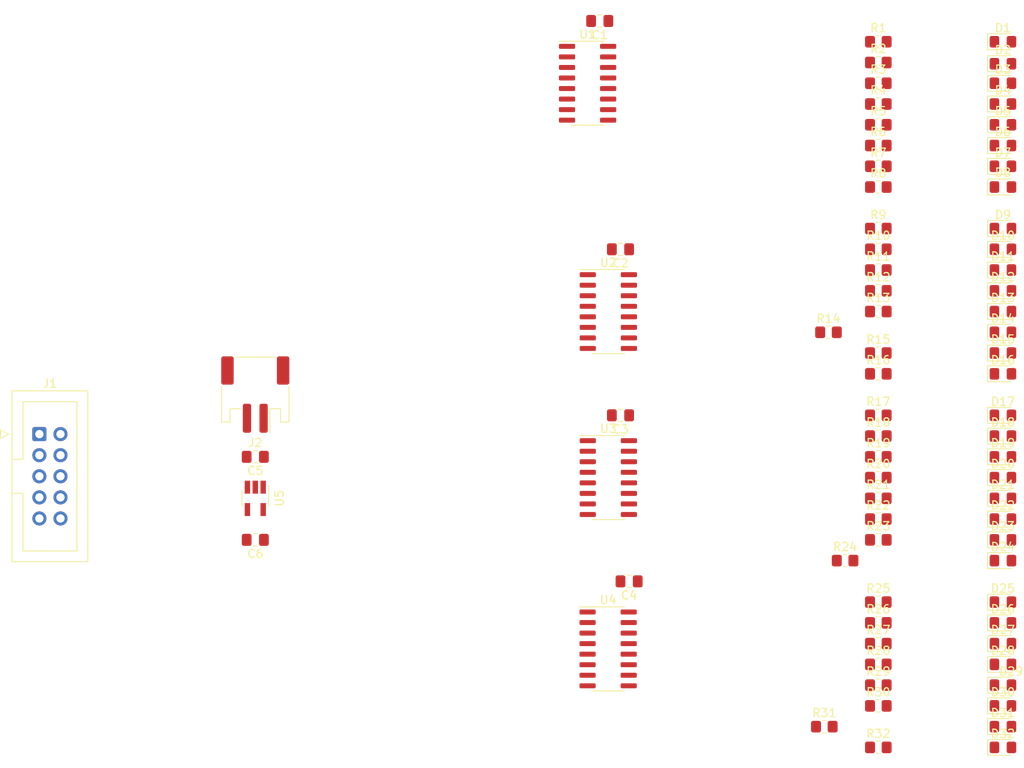
<source format=kicad_pcb>
(kicad_pcb (version 20211014) (generator pcbnew)
  (layers (0 "F.Cu" signal) (31 "B.Cu" signal) (34 "B.Paste" user) (35 "F.Paste" user) (36 "B.SilkS" user "B.Silkscreen") (37 "F.SilkS" user "F.Silkscreen") (38 "B.Mask" user) (39 "F.Mask" user) (44 "Edge.Cuts" user))
  (net 0 "")
  (net 1 "VCC")
  (net 2 "GND")
  (net 3 "/V_IN")
  (net 4 "/RBOUT")
  (net 5 "/RIN")
  (net 6 "/BUS_CLK")
  (net 7 "/~{IN_EN}")
  (net 8 "/RESET")
  (net 9 "/RAOUT")
  (net 10 "Net-(R1-Pad1)")
  (net 11 "Net-(D1-Pad2)")
  (net 12 "Net-(R2-Pad1)")
  (net 13 "Net-(D17-Pad2)")
  (net 14 "Net-(R3-Pad1)")
  (net 15 "Net-(D2-Pad2)")
  (net 16 "Net-(R4-Pad1)")
  (net 17 "Net-(D18-Pad2)")
  (net 18 "Net-(R5-Pad1)")
  (net 19 "Net-(D3-Pad2)")
  (net 20 "Net-(R6-Pad1)")
  (net 21 "Net-(D19-Pad2)")
  (net 22 "Net-(R7-Pad1)")
  (net 23 "Net-(D4-Pad2)")
  (net 24 "Net-(R8-Pad1)")
  (net 25 "Net-(D20-Pad2)")
  (net 26 "Net-(R9-Pad1)")
  (net 27 "Net-(D5-Pad2)")
  (net 28 "Net-(R10-Pad1)")
  (net 29 "Net-(D21-Pad2)")
  (net 30 "Net-(R11-Pad1)")
  (net 31 "Net-(D6-Pad2)")
  (net 32 "Net-(R12-Pad1)")
  (net 33 "Net-(D22-Pad2)")
  (net 34 "Net-(R13-Pad1)")
  (net 35 "Net-(D7-Pad2)")
  (net 36 "Net-(R14-Pad1)")
  (net 37 "Net-(D23-Pad2)")
  (net 38 "Net-(R15-Pad1)")
  (net 39 "Net-(D8-Pad2)")
  (net 40 "Net-(R16-Pad1)")
  (net 41 "Net-(D24-Pad2)")
  (net 42 "Net-(R17-Pad1)")
  (net 43 "Net-(D9-Pad2)")
  (net 44 "Net-(R18-Pad1)")
  (net 45 "Net-(D25-Pad2)")
  (net 46 "Net-(R19-Pad1)")
  (net 47 "Net-(D10-Pad2)")
  (net 48 "Net-(R20-Pad1)")
  (net 49 "Net-(D26-Pad2)")
  (net 50 "Net-(R21-Pad1)")
  (net 51 "Net-(D11-Pad2)")
  (net 52 "Net-(R22-Pad1)")
  (net 53 "Net-(D27-Pad2)")
  (net 54 "Net-(R23-Pad1)")
  (net 55 "Net-(D12-Pad2)")
  (net 56 "Net-(R24-Pad1)")
  (net 57 "Net-(D28-Pad2)")
  (net 58 "Net-(R25-Pad1)")
  (net 59 "Net-(D13-Pad2)")
  (net 60 "Net-(R26-Pad1)")
  (net 61 "Net-(D29-Pad2)")
  (net 62 "Net-(R27-Pad1)")
  (net 63 "Net-(D14-Pad2)")
  (net 64 "Net-(R28-Pad1)")
  (net 65 "Net-(D30-Pad2)")
  (net 66 "Net-(R29-Pad1)")
  (net 67 "Net-(D15-Pad2)")
  (net 68 "Net-(R30-Pad1)")
  (net 69 "Net-(D31-Pad2)")
  (net 70 "Net-(R31-Pad1)")
  (net 71 "Net-(D16-Pad2)")
  (net 72 "Net-(R32-Pad1)")
  (net 73 "Net-(D32-Pad2)")
  (net 74 "Net-(U2-Pad9)")
  (net 75 "Net-(U3-Pad9)")
  (net 76 "Net-(U1-Pad9)")
  (footprint "Resistor_SMD:R_0805_2012Metric_Pad1.20x1.40mm_HandSolder" (layer "F.Cu") (at 202.5 97.5)
    (fp_text reference "R25" (at 0 -1.65) (layer "F.SilkS"))
    (fp_text value "390")
    (pad "1" smd roundrect locked (at -1 0) (size 1.2 1.4) (layers "F.Cu" "F.Paste" "F.Mask") (roundrect_rratio 0.208333) (net 58 "Net-(R25-Pad1)"))
    (pad "2" smd roundrect locked (at 1 0) (size 1.2 1.4) (layers "F.Cu" "F.Paste" "F.Mask") (roundrect_rratio 0.208333) (net 45 "Net-(D25-Pad2)"))
  )
  (footprint "Resistor_SMD:R_0805_2012Metric_Pad1.20x1.40mm_HandSolder" (layer "F.Cu") (at 202.5 82.5)
    (fp_text reference "R20" (at 0 -1.65) (layer "F.SilkS"))
    (fp_text value "390")
    (pad "1" smd roundrect locked (at -1 0) (size 1.2 1.4) (layers "F.Cu" "F.Paste" "F.Mask") (roundrect_rratio 0.208333) (net 48 "Net-(R20-Pad1)"))
    (pad "2" smd roundrect locked (at 1 0) (size 1.2 1.4) (layers "F.Cu" "F.Paste" "F.Mask") (roundrect_rratio 0.208333) (net 25 "Net-(D20-Pad2)"))
  )
  (footprint "Capacitor_SMD:C_0805_2012Metric_Pad1.18x1.45mm_HandSolder" (layer "F.Cu") (at 171.4625 55 180)
    (fp_text reference "C2" (at 0 -1.68) (layer "F.SilkS"))
    (fp_text value "100n")
    (pad "1" smd roundrect locked (at -1.0375 0 180) (size 1.175 1.45) (layers "F.Cu" "F.Paste" "F.Mask") (roundrect_rratio 0.212766) (net 1 "VCC"))
    (pad "2" smd roundrect locked (at 1.0375 0 180) (size 1.175 1.45) (layers "F.Cu" "F.Paste" "F.Mask") (roundrect_rratio 0.212766) (net 2 "GND"))
  )
  (footprint "LED_SMD:LED_0805_2012Metric_Pad1.15x1.40mm_HandSolder" (layer "F.Cu") (at 217.5 102.5)
    (fp_text reference "D27" (at 0 -1.65) (layer "F.SilkS"))
    (fp_text value "LED")
    (pad "1" smd roundrect locked (at -1.025 0) (size 1.15 1.4) (layers "F.Cu" "F.Paste" "F.Mask") (roundrect_rratio 0.217391) (net 2 "GND"))
    (pad "2" smd roundrect locked (at 1.025 0) (size 1.15 1.4) (layers "F.Cu" "F.Paste" "F.Mask") (roundrect_rratio 0.217391) (net 53 "Net-(D27-Pad2)"))
  )
  (footprint "LED_SMD:LED_0805_2012Metric_Pad1.15x1.40mm_HandSolder" (layer "F.Cu") (at 217.5 52.5)
    (fp_text reference "D9" (at 0 -1.65) (layer "F.SilkS"))
    (fp_text value "LED")
    (pad "1" smd roundrect locked (at -1.025 0) (size 1.15 1.4) (layers "F.Cu" "F.Paste" "F.Mask") (roundrect_rratio 0.217391) (net 2 "GND"))
    (pad "2" smd roundrect locked (at 1.025 0) (size 1.15 1.4) (layers "F.Cu" "F.Paste" "F.Mask") (roundrect_rratio 0.217391) (net 43 "Net-(D9-Pad2)"))
  )
  (footprint "LED_SMD:LED_0805_2012Metric_Pad1.15x1.40mm_HandSolder" (layer "F.Cu") (at 217.5 80)
    (fp_text reference "D19" (at 0 -1.65) (layer "F.SilkS"))
    (fp_text value "LED")
    (pad "1" smd roundrect locked (at -1.025 0) (size 1.15 1.4) (layers "F.Cu" "F.Paste" "F.Mask") (roundrect_rratio 0.217391) (net 2 "GND"))
    (pad "2" smd roundrect locked (at 1.025 0) (size 1.15 1.4) (layers "F.Cu" "F.Paste" "F.Mask") (roundrect_rratio 0.217391) (net 21 "Net-(D19-Pad2)"))
  )
  (footprint "Resistor_SMD:R_0805_2012Metric_Pad1.20x1.40mm_HandSolder" (layer "F.Cu") (at 202.5 62.5)
    (fp_text reference "R13" (at 0 -1.65) (layer "F.SilkS"))
    (fp_text value "390")
    (pad "1" smd roundrect locked (at -1 0) (size 1.2 1.4) (layers "F.Cu" "F.Paste" "F.Mask") (roundrect_rratio 0.208333) (net 34 "Net-(R13-Pad1)"))
    (pad "2" smd roundrect locked (at 1 0) (size 1.2 1.4) (layers "F.Cu" "F.Paste" "F.Mask") (roundrect_rratio 0.208333) (net 59 "Net-(D13-Pad2)"))
  )
  (footprint "LED_SMD:LED_0805_2012Metric_Pad1.15x1.40mm_HandSolder" (layer "F.Cu") (at 217.5 112.5)
    (fp_text reference "D31" (at 0 -1.65) (layer "F.SilkS"))
    (fp_text value "LED")
    (pad "1" smd roundrect locked (at -1.025 0) (size 1.15 1.4) (layers "F.Cu" "F.Paste" "F.Mask") (roundrect_rratio 0.217391) (net 2 "GND"))
    (pad "2" smd roundrect locked (at 1.025 0) (size 1.15 1.4) (layers "F.Cu" "F.Paste" "F.Mask") (roundrect_rratio 0.217391) (net 69 "Net-(D31-Pad2)"))
  )
  (footprint "LED_SMD:LED_0805_2012Metric_Pad1.15x1.40mm_HandSolder" (layer "F.Cu") (at 217.5 67.5)
    (fp_text reference "D15" (at 0 -1.65) (layer "F.SilkS"))
    (fp_text value "LED")
    (pad "1" smd roundrect locked (at -1.025 0) (size 1.15 1.4) (layers "F.Cu" "F.Paste" "F.Mask") (roundrect_rratio 0.217391) (net 2 "GND"))
    (pad "2" smd roundrect locked (at 1.025 0) (size 1.15 1.4) (layers "F.Cu" "F.Paste" "F.Mask") (roundrect_rratio 0.217391) (net 67 "Net-(D15-Pad2)"))
  )
  (footprint "Capacitor_SMD:C_0805_2012Metric_Pad1.18x1.45mm_HandSolder" (layer "F.Cu") (at 168.9625 27.5 180)
    (fp_text reference "C1" (at 0 -1.68) (layer "F.SilkS"))
    (fp_text value "100n")
    (pad "1" smd roundrect locked (at -1.0375 0 180) (size 1.175 1.45) (layers "F.Cu" "F.Paste" "F.Mask") (roundrect_rratio 0.212766) (net 1 "VCC"))
    (pad "2" smd roundrect locked (at 1.0375 0 180) (size 1.175 1.45) (layers "F.Cu" "F.Paste" "F.Mask") (roundrect_rratio 0.212766) (net 2 "GND"))
  )
  (footprint "LED_SMD:LED_0805_2012Metric_Pad1.15x1.40mm_HandSolder" (layer "F.Cu") (at 217.5 100)
    (fp_text reference "D26" (at 0 -1.65) (layer "F.SilkS"))
    (fp_text value "LED")
    (pad "1" smd roundrect locked (at -1.025 0) (size 1.15 1.4) (layers "F.Cu" "F.Paste" "F.Mask") (roundrect_rratio 0.217391) (net 2 "GND"))
    (pad "2" smd roundrect locked (at 1.025 0) (size 1.15 1.4) (layers "F.Cu" "F.Paste" "F.Mask") (roundrect_rratio 0.217391) (net 49 "Net-(D26-Pad2)"))
  )
  (footprint "LED_SMD:LED_0805_2012Metric_Pad1.15x1.40mm_HandSolder" (layer "F.Cu") (at 217.5 75)
    (fp_text reference "D17" (at 0 -1.65) (layer "F.SilkS"))
    (fp_text value "LED")
    (pad "1" smd roundrect locked (at -1.025 0) (size 1.15 1.4) (layers "F.Cu" "F.Paste" "F.Mask") (roundrect_rratio 0.217391) (net 2 "GND"))
    (pad "2" smd roundrect locked (at 1.025 0) (size 1.15 1.4) (layers "F.Cu" "F.Paste" "F.Mask") (roundrect_rratio 0.217391) (net 13 "Net-(D17-Pad2)"))
  )
  (footprint "Resistor_SMD:R_0805_2012Metric_Pad1.20x1.40mm_HandSolder" (layer "F.Cu") (at 202.5 47.5)
    (fp_text reference "R8" (at 0 -1.65) (layer "F.SilkS"))
    (fp_text value "390")
    (pad "1" smd roundrect locked (at -1 0) (size 1.2 1.4) (layers "F.Cu" "F.Paste" "F.Mask") (roundrect_rratio 0.208333) (net 24 "Net-(R8-Pad1)"))
    (pad "2" smd roundrect locked (at 1 0) (size 1.2 1.4) (layers "F.Cu" "F.Paste" "F.Mask") (roundrect_rratio 0.208333) (net 39 "Net-(D8-Pad2)"))
  )
  (footprint "Resistor_SMD:R_0805_2012Metric_Pad1.20x1.40mm_HandSolder" (layer "F.Cu") (at 202.5 115)
    (fp_text reference "R32" (at 0 -1.65) (layer "F.SilkS"))
    (fp_text value "390")
    (pad "1" smd roundrect locked (at -1 0) (size 1.2 1.4) (layers "F.Cu" "F.Paste" "F.Mask") (roundrect_rratio 0.208333) (net 72 "Net-(R32-Pad1)"))
    (pad "2" smd roundrect locked (at 1 0) (size 1.2 1.4) (layers "F.Cu" "F.Paste" "F.Mask") (roundrect_rratio 0.208333) (net 73 "Net-(D32-Pad2)"))
  )
  (footprint "Resistor_SMD:R_0805_2012Metric_Pad1.20x1.40mm_HandSolder" (layer "F.Cu") (at 202.5 90)
    (fp_text reference "R23" (at 0 -1.65) (layer "F.SilkS"))
    (fp_text value "390")
    (pad "1" smd roundrect locked (at -1 0) (size 1.2 1.4) (layers "F.Cu" "F.Paste" "F.Mask") (roundrect_rratio 0.208333) (net 54 "Net-(R23-Pad1)"))
    (pad "2" smd roundrect locked (at 1 0) (size 1.2 1.4) (layers "F.Cu" "F.Paste" "F.Mask") (roundrect_rratio 0.208333) (net 37 "Net-(D23-Pad2)"))
  )
  (footprint "Connector_JST:JST_PH_S2B-PH-SM4-TB_1x02-1MP_P2.00mm_Horizontal" (layer "F.Cu") (at 127.5 72.5 180)
    (fp_text reference "J2" (at 0 -5.8) (layer "F.SilkS"))
    (fp_text value "Conn_Power")
    (pad "1" smd roundrect locked (at -1 -2.85 180) (size 1 3.5) (layers "F.Cu" "F.Paste" "F.Mask") (net 3 "/V_IN"))
    (pad "2" smd roundrect locked (at 1 -2.85 180) (size 1 3.5) (layers "F.Cu" "F.Paste" "F.Mask") (net 2 "GND"))
    (pad "MP" smd roundrect locked (at 3.35 2.9 180) (size 1.5 3.4) (layers "F.Cu" "F.Paste" "F.Mask") (roundrect_rratio 0.166667) (net 2 "GND"))
    (pad "MP" smd roundrect locked (at -3.35 2.9 180) (size 1.5 3.4) (layers "F.Cu" "F.Paste" "F.Mask") (roundrect_rratio 0.166667) (net 2 "GND"))
  )
  (footprint "Capacitor_SMD:C_0805_2012Metric_Pad1.18x1.45mm_HandSolder" (layer "F.Cu") (at 172.5 95 180)
    (fp_text reference "C4" (at 0 -1.68) (layer "F.SilkS"))
    (fp_text value "100n")
    (pad "1" smd roundrect locked (at -1.0375 0 180) (size 1.175 1.45) (layers "F.Cu" "F.Paste" "F.Mask") (roundrect_rratio 0.212766) (net 1 "VCC"))
    (pad "2" smd roundrect locked (at 1.0375 0 180) (size 1.175 1.45) (layers "F.Cu" "F.Paste" "F.Mask") (roundrect_rratio 0.212766) (net 2 "GND"))
  )
  (footprint "Capacitor_SMD:C_0805_2012Metric_Pad1.18x1.45mm_HandSolder" (layer "F.Cu") (at 127.5 90 180)
    (fp_text reference "C6" (at 0 -1.68) (layer "F.SilkS"))
    (fp_text value "1u")
    (pad "1" smd roundrect locked (at -1.0375 0 180) (size 1.175 1.45) (layers "F.Cu" "F.Paste" "F.Mask") (roundrect_rratio 0.212766) (net 1 "VCC"))
    (pad "2" smd roundrect locked (at 1.0375 0 180) (size 1.175 1.45) (layers "F.Cu" "F.Paste" "F.Mask") (roundrect_rratio 0.212766) (net 2 "GND"))
  )
  (footprint "LED_SMD:LED_0805_2012Metric_Pad1.15x1.40mm_HandSolder" (layer "F.Cu") (at 217.5 70)
    (fp_text reference "D16" (at 0 -1.65) (layer "F.SilkS"))
    (fp_text value "LED")
    (pad "1" smd roundrect locked (at -1.025 0) (size 1.15 1.4) (layers "F.Cu" "F.Paste" "F.Mask") (roundrect_rratio 0.217391) (net 2 "GND"))
    (pad "2" smd roundrect locked (at 1.025 0) (size 1.15 1.4) (layers "F.Cu" "F.Paste" "F.Mask") (roundrect_rratio 0.217391) (net 71 "Net-(D16-Pad2)"))
  )
  (footprint "Resistor_SMD:R_0805_2012Metric_Pad1.20x1.40mm_HandSolder" (layer "F.Cu") (at 202.5 30)
    (fp_text reference "R1" (at 0 -1.65) (layer "F.SilkS"))
    (fp_text value "390")
    (pad "1" smd roundrect locked (at -1 0) (size 1.2 1.4) (layers "F.Cu" "F.Paste" "F.Mask") (roundrect_rratio 0.208333) (net 10 "Net-(R1-Pad1)"))
    (pad "2" smd roundrect locked (at 1 0) (size 1.2 1.4) (layers "F.Cu" "F.Paste" "F.Mask") (roundrect_rratio 0.208333) (net 11 "Net-(D1-Pad2)"))
  )
  (footprint "Resistor_SMD:R_0805_2012Metric_Pad1.20x1.40mm_HandSolder" (layer "F.Cu") (at 196.5 65)
    (fp_text reference "R14" (at 0 -1.65) (layer "F.SilkS"))
    (fp_text value "390")
    (pad "1" smd roundrect locked (at -1 0) (size 1.2 1.4) (layers "F.Cu" "F.Paste" "F.Mask") (roundrect_rratio 0.208333) (net 36 "Net-(R14-Pad1)"))
    (pad "2" smd roundrect locked (at 1 0) (size 1.2 1.4) (layers "F.Cu" "F.Paste" "F.Mask") (roundrect_rratio 0.208333) (net 63 "Net-(D14-Pad2)"))
  )
  (footprint "LED_SMD:LED_0805_2012Metric_Pad1.15x1.40mm_HandSolder" (layer "F.Cu") (at 217.5 90)
    (fp_text reference "D23" (at 0 -1.65) (layer "F.SilkS"))
    (fp_text value "LED")
    (pad "1" smd roundrect locked (at -1.025 0) (size 1.15 1.4) (layers "F.Cu" "F.Paste" "F.Mask") (roundrect_rratio 0.217391) (net 2 "GND"))
    (pad "2" smd roundrect locked (at 1.025 0) (size 1.15 1.4) (layers "F.Cu" "F.Paste" "F.Mask") (roundrect_rratio 0.217391) (net 37 "Net-(D23-Pad2)"))
  )
  (footprint "Resistor_SMD:R_0805_2012Metric_Pad1.20x1.40mm_HandSolder" (layer "F.Cu") (at 202.5 60)
    (fp_text reference "R12" (at 0 -1.65) (layer "F.SilkS"))
    (fp_text value "390")
    (pad "1" smd roundrect locked (at -1 0) (size 1.2 1.4) (layers "F.Cu" "F.Paste" "F.Mask") (roundrect_rratio 0.208333) (net 32 "Net-(R12-Pad1)"))
    (pad "2" smd roundrect locked (at 1 0) (size 1.2 1.4) (layers "F.Cu" "F.Paste" "F.Mask") (roundrect_rratio 0.208333) (net 55 "Net-(D12-Pad2)"))
  )
  (footprint "Resistor_SMD:R_0805_2012Metric_Pad1.20x1.40mm_HandSolder" (layer "F.Cu") (at 202.5 52.5)
    (fp_text reference "R9" (at 0 -1.65) (layer "F.SilkS"))
    (fp_text value "390")
    (pad "1" smd roundrect locked (at -1 0) (size 1.2 1.4) (layers "F.Cu" "F.Paste" "F.Mask") (roundrect_rratio 0.208333) (net 26 "Net-(R9-Pad1)"))
    (pad "2" smd roundrect locked (at 1 0) (size 1.2 1.4) (layers "F.Cu" "F.Paste" "F.Mask") (roundrect_rratio 0.208333) (net 43 "Net-(D9-Pad2)"))
  )
  (footprint "Resistor_SMD:R_0805_2012Metric_Pad1.20x1.40mm_HandSolder" (layer "F.Cu") (at 202.5 40)
    (fp_text reference "R5" (at 0 -1.65) (layer "F.SilkS"))
    (fp_text value "390")
    (pad "1" smd roundrect locked (at -1 0) (size 1.2 1.4) (layers "F.Cu" "F.Paste" "F.Mask") (roundrect_rratio 0.208333) (net 18 "Net-(R5-Pad1)"))
    (pad "2" smd roundrect locked (at 1 0) (size 1.2 1.4) (layers "F.Cu" "F.Paste" "F.Mask") (roundrect_rratio 0.208333) (net 27 "Net-(D5-Pad2)"))
  )
  (footprint "LED_SMD:LED_0805_2012Metric_Pad1.15x1.40mm_HandSolder" (layer "F.Cu") (at 217.5 57.5)
    (fp_text reference "D11" (at 0 -1.65) (layer "F.SilkS"))
    (fp_text value "LED")
    (pad "1" smd roundrect locked (at -1.025 0) (size 1.15 1.4) (layers "F.Cu" "F.Paste" "F.Mask") (roundrect_rratio 0.217391) (net 2 "GND"))
    (pad "2" smd roundrect locked (at 1.025 0) (size 1.15 1.4) (layers "F.Cu" "F.Paste" "F.Mask") (roundrect_rratio 0.217391) (net 51 "Net-(D11-Pad2)"))
  )
  (footprint "Resistor_SMD:R_0805_2012Metric_Pad1.20x1.40mm_HandSolder" (layer "F.Cu") (at 202.5 67.5)
    (fp_text reference "R15" (at 0 -1.65) (layer "F.SilkS"))
    (fp_text value "390")
    (pad "1" smd roundrect locked (at -1 0) (size 1.2 1.4) (layers "F.Cu" "F.Paste" "F.Mask") (roundrect_rratio 0.208333) (net 38 "Net-(R15-Pad1)"))
    (pad "2" smd roundrect locked (at 1 0) (size 1.2 1.4) (layers "F.Cu" "F.Paste" "F.Mask") (roundrect_rratio 0.208333) (net 67 "Net-(D15-Pad2)"))
  )
  (footprint "LED_SMD:LED_0805_2012Metric_Pad1.15x1.40mm_HandSolder" (layer "F.Cu") (at 217.5 107.5)
    (fp_text reference "D29" (at 0.975 -1.65) (layer "F.SilkS"))
    (fp_text value "LED")
    (pad "1" smd roundrect locked (at -1.025 0) (size 1.15 1.4) (layers "F.Cu" "F.Paste" "F.Mask") (roundrect_rratio 0.217391) (net 2 "GND"))
    (pad "2" smd roundrect locked (at 1.025 0) (size 1.15 1.4) (layers "F.Cu" "F.Paste" "F.Mask") (roundrect_rratio 0.217391) (net 61 "Net-(D29-Pad2)"))
  )
  (footprint "LED_SMD:LED_0805_2012Metric_Pad1.15x1.40mm_HandSolder" (layer "F.Cu") (at 217.5 47.5)
    (fp_text reference "D8" (at 0 -1.75) (layer "F.SilkS"))
    (fp_text value "LED")
    (pad "1" smd roundrect locked (at -1.025 0) (size 1.15 1.4) (layers "F.Cu" "F.Paste" "F.Mask") (roundrect_rratio 0.217391) (net 2 "GND"))
    (pad "2" smd roundrect locked (at 1.025 0) (size 1.15 1.4) (layers "F.Cu" "F.Paste" "F.Mask") (roundrect_rratio 0.217391) (net 39 "Net-(D8-Pad2)"))
  )
  (footprint "Resistor_SMD:R_0805_2012Metric_Pad1.20x1.40mm_HandSolder" (layer "F.Cu") (at 202.5 57.5)
    (fp_text reference "R11" (at 0 -1.65) (layer "F.SilkS"))
    (fp_text value "390")
    (pad "1" smd roundrect locked (at -1 0) (size 1.2 1.4) (layers "F.Cu" "F.Paste" "F.Mask") (roundrect_rratio 0.208333) (net 30 "Net-(R11-Pad1)"))
    (pad "2" smd roundrect locked (at 1 0) (size 1.2 1.4) (layers "F.Cu" "F.Paste" "F.Mask") (roundrect_rratio 0.208333) (net 51 "Net-(D11-Pad2)"))
  )
  (footprint "Resistor_SMD:R_0805_2012Metric_Pad1.20x1.40mm_HandSolder" (layer "F.Cu") (at 202.5 80)
    (fp_text reference "R19" (at 0 -1.65) (layer "F.SilkS"))
    (fp_text value "390")
    (pad "1" smd roundrect locked (at -1 0) (size 1.2 1.4) (layers "F.Cu" "F.Paste" "F.Mask") (roundrect_rratio 0.208333) (net 46 "Net-(R19-Pad1)"))
    (pad "2" smd roundrect locked (at 1 0) (size 1.2 1.4) (layers "F.Cu" "F.Paste" "F.Mask") (roundrect_rratio 0.208333) (net 21 "Net-(D19-Pad2)"))
  )
  (footprint "LED_SMD:LED_0805_2012Metric_Pad1.15x1.40mm_HandSolder" (layer "F.Cu") (at 217.5 85)
    (fp_text reference "D21" (at 0 -1.65) (layer "F.SilkS"))
    (fp_text value "LED")
    (pad "1" smd roundrect locked (at -1.025 0) (size 1.15 1.4) (layers "F.Cu" "F.Paste" "F.Mask") (roundrect_rratio 0.217391) (net 2 "GND"))
    (pad "2" smd roundrect locked (at 1.025 0) (size 1.15 1.4) (layers "F.Cu" "F.Paste" "F.Mask") (roundrect_rratio 0.217391) (net 29 "Net-(D21-Pad2)"))
  )
  (footprint "Connector_IDC:IDC-Header_2x05_P2.54mm_Vertical" (layer "F.Cu") (at 101.509 77.264)
    (fp_text reference "J1" (at 1.27 -6.1) (layer "F.SilkS"))
    (fp_text value "Conn_01x10")
    (pad "1" thru_hole roundrect locked (at 0 0) (size 1.7 1.7) (drill 1) (layers *.Cu *.Mask) (roundrect_rratio 0.147059) (net 2 "GND"))
    (pad "2" thru_hole circle locked (at 2.54 0) (size 1.7 1.7) (drill 1) (layers *.Cu *.Mask) (net 7 "/~{IN_EN}"))
    (pad "3" thru_hole circle locked (at 0 2.54) (size 1.7 1.7) (drill 1) (layers *.Cu *.Mask) (net 2 "GND"))
    (pad "4" thru_hole circle locked (at 2.54 2.54) (size 1.7 1.7) (drill 1) (layers *.Cu *.Mask) (net 8 "/RESET"))
    (pad "5" thru_hole circle locked (at 0 5.08) (size 1.7 1.7) (drill 1) (layers *.Cu *.Mask) (net 4 "/RBOUT"))
    (pad "6" thru_hole circle locked (at 2.54 5.08) (size 1.7 1.7) (drill 1) (layers *.Cu *.Mask) (net 9 "/RAOUT"))
    (pad "7" thru_hole circle locked (at 0 7.62) (size 1.7 1.7) (drill 1) (layers *.Cu *.Mask) (net 5 "/RIN"))
    (pad "8" thru_hole circle locked (at 2.54 7.62) (size 1.7 1.7) (drill 1) (layers *.Cu *.Mask) (net 2 "GND"))
    (pad "9" thru_hole circle locked (at 0 10.16) (size 1.7 1.7) (drill 1) (layers *.Cu *.Mask) (net 6 "/BUS_CLK"))
    (pad "10" thru_hole circle locked (at 2.54 10.16) (size 1.7 1.7) (drill 1) (layers *.Cu *.Mask) (net 2 "GND"))
  )
  (footprint "Capacitor_SMD:C_0805_2012Metric_Pad1.18x1.45mm_HandSolder" (layer "F.Cu") (at 127.5 80 180)
    (fp_text reference "C5" (at 0 -1.68) (layer "F.SilkS"))
    (fp_text value "1u")
    (pad "1" smd roundrect locked (at -1.0375 0 180) (size 1.175 1.45) (layers "F.Cu" "F.Paste" "F.Mask") (roundrect_rratio 0.212766) (net 3 "/V_IN"))
    (pad "2" smd roundrect locked (at 1.0375 0 180) (size 1.175 1.45) (layers "F.Cu" "F.Paste" "F.Mask") (roundrect_rratio 0.212766) (net 2 "GND"))
  )
  (footprint "Resistor_SMD:R_0805_2012Metric_Pad1.20x1.40mm_HandSolder" (layer "F.Cu") (at 202.5 87.5)
    (fp_text reference "R22" (at 0 -1.65) (layer "F.SilkS"))
    (fp_text value "390")
    (pad "1" smd roundrect locked (at -1 0) (size 1.2 1.4) (layers "F.Cu" "F.Paste" "F.Mask") (roundrect_rratio 0.208333) (net 52 "Net-(R22-Pad1)"))
    (pad "2" smd roundrect locked (at 1 0) (size 1.2 1.4) (layers "F.Cu" "F.Paste" "F.Mask") (roundrect_rratio 0.208333) (net 33 "Net-(D22-Pad2)"))
  )
  (footprint "Resistor_SMD:R_0805_2012Metric_Pad1.20x1.40mm_HandSolder" (layer "F.Cu") (at 202.5 45)
    (fp_text reference "R7" (at 0 -1.65) (layer "F.SilkS"))
    (fp_text value "390")
    (pad "1" smd roundrect locked (at -1 0) (size 1.2 1.4) (layers "F.Cu" "F.Paste" "F.Mask") (roundrect_rratio 0.208333) (net 22 "Net-(R7-Pad1)"))
    (pad "2" smd roundrect locked (at 1 0) (size 1.2 1.4) (layers "F.Cu" "F.Paste" "F.Mask") (roundrect_rratio 0.208333) (net 35 "Net-(D7-Pad2)"))
  )
  (footprint "LED_SMD:LED_0805_2012Metric_Pad1.15x1.40mm_HandSolder" (layer "F.Cu") (at 217.5 55)
    (fp_text reference "D10" (at 0 -1.65) (layer "F.SilkS"))
    (fp_text value "LED")
    (pad "1" smd roundrect locked (at -1.025 0) (size 1.15 1.4) (layers "F.Cu" "F.Paste" "F.Mask") (roundrect_rratio 0.217391) (net 2 "GND"))
    (pad "2" smd roundrect locked (at 1.025 0) (size 1.15 1.4) (layers "F.Cu" "F.Paste" "F.Mask") (roundrect_rratio 0.217391) (net 47 "Net-(D10-Pad2)"))
  )
  (footprint "Package_SO:SOIC-16_3.9x9.9mm_P1.27mm" (layer "F.Cu") (at 170 82.5)
    (fp_text reference "U3" (at 0 -5.9) (layer "F.SilkS"))
    (fp_text value "74HC595")
    (pad "1" smd roundrect locked (at -2.475 -4.445) (size 1.95 0.6) (layers "F.Cu" "F.Paste" "F.Mask") (net 44 "Net-(R18-Pad1)"))
    (pad "2" smd roundrect locked (at -2.475 -3.175) (size 1.95 0.6) (layers "F.Cu" "F.Paste" "F.Mask") (net 46 "Net-(R19-Pad1)"))
    (pad "3" smd roundrect locked (at -2.475 -1.905) (size 1.95 0.6) (layers "F.Cu" "F.Paste" "F.Mask") (net 48 "Net-(R20-Pad1)"))
    (pad "4" smd roundrect locked (at -2.475 -0.635) (size 1.95 0.6) (layers "F.Cu" "F.Paste" "F.Mask") (net 50 "Net-(R21-Pad1)"))
    (pad "5" smd roundrect locked (at -2.475 0.635) (size 1.95 0.6) (layers "F.Cu" "F.Paste" "F.Mask") (net 52 "Net-(R22-Pad1)"))
    (pad "6" smd roundrect locked (at -2.475 1.905) (size 1.95 0.6) (layers "F.Cu" "F.Paste" "F.Mask") (net 54 "Net-(R23-Pad1)"))
    (pad "7" smd roundrect locked (at -2.475 3.175) (size 1.95 0.6) (layers "F.Cu" "F.Paste" "F.Mask") (net 56 "Net-(R24-Pad1)"))
    (pad "8" smd roundrect locked (at -2.475 4.445) (size 1.95 0.6) (layers "F.Cu" "F.Paste" "F.Mask") (net 2 "GND"))
    (pad "9" smd roundrect locked (at 2.475 4.445) (size 1.95 0.6) (layers "F.Cu" "F.Paste" "F.Mask") (net 75 "Net-(U3-Pad9)"))
    (pad "10" smd roundrect locked (at 2.475 3.175) (size 1.95 0.6) (layers "F.Cu" "F.Paste" "F.Mask") (net 1 "VCC"))
    (pad "11" smd roundrect locked (at 2.475 1.905) (size 1.95 0.6) (layers "F.Cu" "F.Paste" "F.Mask") (net 6 "/BUS_CLK"))
    (pad "12" smd roundrect locked (at 2.475 0.635) (size 1.95 0.6) (layers "F.Cu" "F.Paste" "F.Mask") (net 7 "/~{IN_EN}"))
    (pad "13" smd roundrect locked (at 2.475 -0.635) (size 1.95 0.6) (layers "F.Cu" "F.Paste" "F.Mask") (net 2 "GND"))
    (pad "14" smd roundrect locked (at 2.475 -1.905) (size 1.95 0.6) (layers "F.Cu" "F.Paste" "F.Mask") (net 74 "Net-(U2-Pad9)"))
    (pad "15" smd roundrect locked (at 2.475 -3.175) (size 1.95 0.6) (layers "F.Cu" "F.Paste" "F.Mask") (net 42 "Net-(R17-Pad1)"))
    (pad "16" smd roundrect locked (at 2.475 -4.445) (size 1.95 0.6) (layers "F.Cu" "F.Paste" "F.Mask") (net 1 "VCC"))
  )
  (footprint "LED_SMD:LED_0805_2012Metric_Pad1.15x1.40mm_HandSolder" (layer "F.Cu") (at 217.5 105)
    (fp_text reference "D28" (at 0 -1.65) (layer "F.SilkS"))
    (fp_text value "LED")
    (pad "1" smd roundrect locked (at -1.025 0) (size 1.15 1.4) (layers "F.Cu" "F.Paste" "F.Mask") (roundrect_rratio 0.217391) (net 2 "GND"))
    (pad "2" smd roundrect locked (at 1.025 0) (size 1.15 1.4) (layers "F.Cu" "F.Paste" "F.Mask") (roundrect_rratio 0.217391) (net 57 "Net-(D28-Pad2)"))
  )
  (footprint "LED_SMD:LED_0805_2012Metric_Pad1.15x1.40mm_HandSolder" (layer "F.Cu") (at 217.5 35)
    (fp_text reference "D3" (at 0 -1.65) (layer "F.SilkS"))
    (fp_text value "LED")
    (pad "1" smd roundrect locked (at -1.025 0) (size 1.15 1.4) (layers "F.Cu" "F.Paste" "F.Mask") (roundrect_rratio 0.217391) (net 2 "GND"))
    (pad "2" smd roundrect locked (at 1.025 0) (size 1.15 1.4) (layers "F.Cu" "F.Paste" "F.Mask") (roundrect_rratio 0.217391) (net 19 "Net-(D3-Pad2)"))
  )
  (footprint "Resistor_SMD:R_0805_2012Metric_Pad1.20x1.40mm_HandSolder" (layer "F.Cu") (at 202.5 75)
    (fp_text reference "R17" (at 0 -1.65) (layer "F.SilkS"))
    (fp_text value "390")
    (pad "1" smd roundrect locked (at -1 0) (size 1.2 1.4) (layers "F.Cu" "F.Paste" "F.Mask") (roundrect_rratio 0.208333) (net 42 "Net-(R17-Pad1)"))
    (pad "2" smd roundrect locked (at 1 0) (size 1.2 1.4) (layers "F.Cu" "F.Paste" "F.Mask") (roundrect_rratio 0.208333) (net 13 "Net-(D17-Pad2)"))
  )
  (footprint "Resistor_SMD:R_0805_2012Metric_Pad1.20x1.40mm_HandSolder" (layer "F.Cu") (at 202.5 105)
    (fp_text reference "R28" (at 0 -1.65) (layer "F.SilkS"))
    (fp_text value "390")
    (pad "1" smd roundrect locked (at -1 0) (size 1.2 1.4) (layers "F.Cu" "F.Paste" "F.Mask") (roundrect_rratio 0.208333) (net 64 "Net-(R28-Pad1)"))
    (pad "2" smd roundrect locked (at 1 0) (size 1.2 1.4) (layers "F.Cu" "F.Paste" "F.Mask") (roundrect_rratio 0.208333) (net 57 "Net-(D28-Pad2)"))
  )
  (footprint "LED_SMD:LED_0805_2012Metric_Pad1.15x1.40mm_HandSolder" (layer "F.Cu") (at 217.5 115)
    (fp_text reference "D32" (at 0 -1.65) (layer "F.SilkS"))
    (fp_text value "LED")
    (pad "1" smd roundrect locked (at -1.025 0) (size 1.15 1.4) (layers "F.Cu" "F.Paste" "F.Mask") (roundrect_rratio 0.217391) (net 2 "GND"))
    (pad "2" smd roundrect locked (at 1.025 0) (size 1.15 1.4) (layers "F.Cu" "F.Paste" "F.Mask") (roundrect_rratio 0.217391) (net 73 "Net-(D32-Pad2)"))
  )
  (footprint "LED_SMD:LED_0805_2012Metric_Pad1.15x1.40mm_HandSolder" (layer "F.Cu") (at 217.5 110)
    (fp_text reference "D30" (at 0 -1.65) (layer "F.SilkS"))
    (fp_text value "LED")
    (pad "1" smd roundrect locked (at -1.025 0) (size 1.15 1.4) (layers "F.Cu" "F.Paste" "F.Mask") (roundrect_rratio 0.217391) (net 2 "GND"))
    (pad "2" smd roundrect locked (at 1.025 0) (size 1.15 1.4) (layers "F.Cu" "F.Paste" "F.Mask") (roundrect_rratio 0.217391) (net 65 "Net-(D30-Pad2)"))
  )
  (footprint "Package_SO:SOIC-16_3.9x9.9mm_P1.27mm" (layer "F.Cu") (at 167.5 35)
    (fp_text reference "U1" (at 0 -5.9) (layer "F.SilkS"))
    (fp_text value "74HC595")
    (pad "1" smd roundrect locked (at -2.475 -4.445) (size 1.95 0.6) (layers "F.Cu" "F.Paste" "F.Mask") (net 12 "Net-(R2-Pad1)"))
    (pad "2" smd roundrect locked (at -2.475 -3.175) (size 1.95 0.6) (layers "F.Cu" "F.Paste" "F.Mask") (net 14 "Net-(R3-Pad1)"))
    (pad "3" smd roundrect locked (at -2.475 -1.905) (size 1.95 0.6) (layers "F.Cu" "F.Paste" "F.Mask") (net 16 "Net-(R4-Pad1)"))
    (pad "4" smd roundrect locked (at -2.475 -0.635) (size 1.95 0.6) (layers "F.Cu" "F.Paste" "F.Mask") (net 18 "Net-(R5-Pad1)"))
    (pad "5" smd roundrect locked (at -2.475 0.635) (size 1.95 0.6) (layers "F.Cu" "F.Paste" "F.Mask") (net 20 "Net-(R6-Pad1)"))
    (pad "6" smd roundrect locked (at -2.475 1.905) (size 1.95 0.6) (layers "F.Cu" "F.Paste" "F.Mask") (net 22 "Net-(R7-Pad1)"))
    (pad "7" smd roundrect locked (at -2.475 3.175) (size 1.95 0.6) (layers "F.Cu" "F.Paste" "F.Mask") (net 24 "Net-(R8-Pad1)"))
    (pad "8" smd roundrect locked (at -2.475 4.445) (size 1.95 0.6) (layers "F.Cu" "F.Paste" "F.Mask") (net 2 "GND"))
    (pad "9" smd roundrect locked (at 2.475 4.445) (size 1.95 0.6) (layers "F.Cu" "F.Paste" "F.Mask") (net 76 "Net-(U1-Pad9)"))
    (pad "10" smd roundrect locked (at 2.475 3.175) (size 1.95 0.6) (layers "F.Cu" "F.Paste" "F.Mask") (net 1 "VCC"))
    (pad "11" smd roundrect locked (at 2.475 1.905) (size 1.95 0.6) (layers "F.Cu" "F.Paste" "F.Mask") (net 6 "/BUS_CLK"))
    (pad "12" smd roundrect locked (at 2.475 0.635) (size 1.95 0.6) (layers "F.Cu" "F.Paste" "F.Mask") (net 7 "/~{IN_EN}"))
    (pad "13" smd roundrect locked (at 2.475 -0.635) (size 1.95 0.6) (layers "F.Cu" "F.Paste" "F.Mask") (net 2 "GND"))
    (pad "14" smd roundrect locked (at 2.475 -1.905) (size 1.95 0.6) (layers "F.Cu" "F.Paste" "F.Mask") (net 5 "/RIN"))
    (pad "15" smd roundrect locked (at 2.475 -3.175) (size 1.95 0.6) (layers "F.Cu" "F.Paste" "F.Mask") (net 10 "Net-(R1-Pad1)"))
    (pad "16" smd roundrect locked (at 2.475 -4.445) (size 1.95 0.6) (layers "F.Cu" "F.Paste" "F.Mask") (net 1 "VCC"))
  )
  (footprint "Resistor_SMD:R_0805_2012Metric_Pad1.20x1.40mm_HandSolder" (layer "F.Cu") (at 202.5 55)
    (fp_text reference "R10" (at 0 -1.65) (layer "F.SilkS"))
    (fp_text value "390")
    (pad "1" smd roundrect locked (at -1 0) (size 1.2 1.4) (layers "F.Cu" "F.Paste" "F.Mask") (roundrect_rratio 0.208333) (net 28 "Net-(R10-Pad1)"))
    (pad "2" smd roundrect locked (at 1 0) (size 1.2 1.4) (layers "F.Cu" "F.Paste" "F.Mask") (roundrect_rratio 0.208333) (net 47 "Net-(D10-Pad2)"))
  )
  (footprint "LED_SMD:LED_0805_2012Metric_Pad1.15x1.40mm_HandSolder" (layer "F.Cu") (at 217.5 32.65)
    (fp_text reference "D2" (at 0 -1.65) (layer "F.SilkS"))
    (fp_text value "LED")
    (pad "1" smd roundrect locked (at -1.025 0) (size 1.15 1.4) (layers "F.Cu" "F.Paste" "F.Mask") (roundrect_rratio 0.217391) (net 2 "GND"))
    (pad "2" smd roundrect locked (at 1.025 0) (size 1.15 1.4) (layers "F.Cu" "F.Paste" "F.Mask") (roundrect_rratio 0.217391) (net 15 "Net-(D2-Pad2)"))
  )
  (footprint "LED_SMD:LED_0805_2012Metric_Pad1.15x1.40mm_HandSolder" (layer "F.Cu") (at 217.5 62.5)
    (fp_text reference "D13" (at 0 -1.65) (layer "F.SilkS"))
    (fp_text value "LED")
    (pad "1" smd roundrect locked (at -1.025 0) (size 1.15 1.4) (layers "F.Cu" "F.Paste" "F.Mask") (roundrect_rratio 0.217391) (net 2 "GND"))
    (pad "2" smd roundrect locked (at 1.025 0) (size 1.15 1.4) (layers "F.Cu" "F.Paste" "F.Mask") (roundrect_rratio 0.217391) (net 59 "Net-(D13-Pad2)"))
  )
  (footprint "Resistor_SMD:R_0805_2012Metric_Pad1.20x1.40mm_HandSolder" (layer "F.Cu") (at 202.5 70)
    (fp_text reference "R16" (at 0 -1.65) (layer "F.SilkS"))
    (fp_text value "390")
    (pad "1" smd roundrect locked (at -1 0) (size 1.2 1.4) (layers "F.Cu" "F.Paste" "F.Mask") (roundrect_rratio 0.208333) (net 40 "Net-(R16-Pad1)"))
    (pad "2" smd roundrect locked (at 1 0) (size 1.2 1.4) (layers "F.Cu" "F.Paste" "F.Mask") (roundrect_rratio 0.208333) (net 71 "Net-(D16-Pad2)"))
  )
  (footprint "Resistor_SMD:R_0805_2012Metric_Pad1.20x1.40mm_HandSolder" (layer "F.Cu") (at 202.5 85)
    (fp_text reference "R21" (at 0 -1.65) (layer "F.SilkS"))
    (fp_text value "390")
    (pad "1" smd roundrect locked (at -1 0) (size 1.2 1.4) (layers "F.Cu" "F.Paste" "F.Mask") (roundrect_rratio 0.208333) (net 50 "Net-(R21-Pad1)"))
    (pad "2" smd roundrect locked (at 1 0) (size 1.2 1.4) (layers "F.Cu" "F.Paste" "F.Mask") (roundrect_rratio 0.208333) (net 29 "Net-(D21-Pad2)"))
  )
  (footprint "LED_SMD:LED_0805_2012Metric_Pad1.15x1.40mm_HandSolder" (layer "F.Cu") (at 217.5 42.5)
    (fp_text reference "D6" (at 0 -1.65) (layer "F.SilkS"))
    (fp_text value "LED")
    (pad "1" smd roundrect locked (at -1.025 0) (size 1.15 1.4) (layers "F.Cu" "F.Paste" "F.Mask") (roundrect_rratio 0.217391) (net 2 "GND"))
    (pad "2" smd roundrect locked (at 1.025 0) (size 1.15 1.4) (layers "F.Cu" "F.Paste" "F.Mask") (roundrect_rratio 0.217391) (net 31 "Net-(D6-Pad2)"))
  )
  (footprint "LED_SMD:LED_0805_2012Metric_Pad1.15x1.40mm_HandSolder" (layer "F.Cu") (at 217.5 97.5)
    (fp_text reference "D25" (at 0 -1.65) (layer "F.SilkS"))
    (fp_text value "LED")
    (pad "1" smd roundrect locked (at -1.025 0) (size 1.15 1.4) (layers "F.Cu" "F.Paste" "F.Mask") (roundrect_rratio 0.217391) (net 2 "GND"))
    (pad "2" smd roundrect locked (at 1.025 0) (size 1.15 1.4) (layers "F.Cu" "F.Paste" "F.Mask") (roundrect_rratio 0.217391) (net 45 "Net-(D25-Pad2)"))
  )
  (footprint "Resistor_SMD:R_0805_2012Metric_Pad1.20x1.40mm_HandSolder" (layer "F.Cu") (at 202.5 37.5)
    (fp_text reference "R4" (at 0 -1.65) (layer "F.SilkS"))
    (fp_text value "390")
    (pad "1" smd roundrect locked (at -1 0) (size 1.2 1.4) (layers "F.Cu" "F.Paste" "F.Mask") (roundrect_rratio 0.208333) (net 16 "Net-(R4-Pad1)"))
    (pad "2" smd roundrect locked (at 1 0) (size 1.2 1.4) (layers "F.Cu" "F.Paste" "F.Mask") (roundrect_rratio 0.208333) (net 23 "Net-(D4-Pad2)"))
  )
  (footprint "Package_SO:SOIC-16_3.9x9.9mm_P1.27mm" (layer "F.Cu") (at 170 62.5)
    (fp_text reference "U2" (at 0 -5.9) (layer "F.SilkS"))
    (fp_text value "74HC595")
    (pad "1" smd roundrect locked (at -2.475 -4.445) (size 1.95 0.6) (layers "F.Cu" "F.Paste" "F.Mask") (net 28 "Net-(R10-Pad1)"))
    (pad "2" smd roundrect locked (at -2.475 -3.175) (size 1.95 0.6) (layers "F.Cu" "F.Paste" "F.Mask") (net 30 "Net-(R11-Pad1)"))
    (pad "3" smd roundrect locked (at -2.475 -1.905) (size 1.95 0.6) (layers "F.Cu" "F.Paste" "F.Mask") (net 32 "Net-(R12-Pad1)"))
    (pad "4" smd roundrect locked (at -2.475 -0.635) (size 1.95 0.6) (layers "F.Cu" "F.Paste" "F.Mask") (net 34 "Net-(R13-Pad1)"))
    (pad "5" smd roundrect locked (at -2.475 0.635) (size 1.95 0.6) (layers "F.Cu" "F.Paste" "F.Mask") (net 36 "Net-(R14-Pad1)"))
    (pad "6" smd roundrect locked (at -2.475 1.905) (size 1.95 0.6) (layers "F.Cu" "F.Paste" "F.Mask") (net 38 "Net-(R15-Pad1)"))
    (pad "7" smd roundrect locked (at -2.475 3.175) (size 1.95 0.6) (layers "F.Cu" "F.Paste" "F.Mask") (net 40 "Net-(R16-Pad1)"))
    (pad "8" smd roundrect locked (at -2.475 4.445) (size 1.95 0.6) (layers "F.Cu" "F.Paste" "F.Mask") (net 2 "GND"))
    (pad "9" smd roundrect locked (at 2.475 4.445) (size 1.95 0.6) (layers "F.Cu" "F.Paste" "F.Mask") (net 74 "Net-(U2-Pad9)"))
    (pad "10" smd roundrect locked (at 2.475 3.175) (size 1.95 0.6) (layers "F.Cu" "F.Paste" "F.Mask") (net 1 "VCC"))
    (pad "11" smd roundrect locked (at 2.475 1.905) (size 1.95 0.6) (layers "F.Cu" "F.Paste" "F.Mask") (net 6 "/BUS_CLK"))
    (pad "12" smd roundrect locked (at 2.475 0.635) (size 1.95 0.6) (layers "F.Cu" "F.Paste" "F.Mask") (net 7 "/~{IN_EN}"))
    (pad "13" smd roundrect locked (at 2.475 -0.635) (size 1.95 0.6) (layers "F.Cu" "F.Paste" "F.Mask") (net 2 "GND"))
    (pad "14" smd roundrect locked (at 2.475 -1.905) (size 1.95 0.6) (layers "F.Cu" "F.Paste" "F.Mask") (net 76 "Net-(U1-Pad9)"))
    (pad "15" smd roundrect locked (at 2.475 -3.175) (size 1.95 0.6) (layers "F.Cu" "F.Paste" "F.Mask") (net 26 "Net-(R9-Pad1)"))
    (pad "16" smd roundrect locked (at 2.475 -4.445) (size 1.95 0.6) (layers "F.Cu" "F.Paste" "F.Mask") (net 1 "VCC"))
  )
  (footprint "Resistor_SMD:R_0805_2012Metric_Pad1.20x1.40mm_HandSolder" (layer "F.Cu") (at 198.5 92.5)
    (fp_text reference "R24" (at 0 -1.65) (layer "F.SilkS"))
    (fp_text value "390")
    (pad "1" smd roundrect locked (at -1 0) (size 1.2 1.4) (layers "F.Cu" "F.Paste" "F.Mask") (roundrect_rratio 0.208333) (net 56 "Net-(R24-Pad1)"))
    (pad "2" smd roundrect locked (at 1 0) (size 1.2 1.4) (layers "F.Cu" "F.Paste" "F.Mask") (roundrect_rratio 0.208333) (net 41 "Net-(D24-Pad2)"))
  )
  (footprint "Package_TO_SOT_SMD:SOT-23-5_HandSoldering" (layer "F.Cu") (at 127.5 85 -90)
    (fp_text reference "U5" (at 0 -2.9 90) (layer "F.SilkS"))
    (fp_text value "MIC5504-3.3YM5")
    (pad "1" smd rect locked (at -1.35 -0.95 270) (size 1.56 0.65) (layers "F.Cu" "F.Paste" "F.Mask") (net 3 "/V_IN"))
    (pad "2" smd rect locked (at -1.35 0 270) (size 1.56 0.65) (layers "F.Cu" "F.Paste" "F.Mask") (net 2 "GND"))
    (pad "3" smd rect locked (at -1.35 0.95 270) (size 1.56 0.65) (layers "F.Cu" "F.Paste" "F.Mask") (net 3 "/V_IN"))
    (pad "4" smd rect locked (at 1.35 0.95 270) (size 1.56 0.65) (layers "F.Cu" "F.Paste" "F.Mask"))
    (pad "5" smd rect locked (at 1.35 -0.95 270) (size 1.56 0.65) (layers "F.Cu" "F.Paste" "F.Mask") (net 1 "VCC"))
  )
  (footprint "LED_SMD:LED_0805_2012Metric_Pad1.15x1.40mm_HandSolder" (layer "F.Cu") (at 217.5 82.5)
    (fp_text reference "D20" (at 0 -1.65) (layer "F.SilkS"))
    (fp_text value "LED")
    (pad "1" smd roundrect locked (at -1.025 0) (size 1.15 1.4) (layers "F.Cu" "F.Paste" "F.Mask") (roundrect_rratio 0.217391) (net 2 "GND"))
    (pad "2" smd roundrect locked (at 1.025 0) (size 1.15 1.4) (layers "F.Cu" "F.Paste" "F.Mask") (roundrect_rratio 0.217391) (net 25 "Net-(D20-Pad2)"))
  )
  (footprint "LED_SMD:LED_0805_2012Metric_Pad1.15x1.40mm_HandSolder" (layer "F.Cu") (at 217.5 92.5)
    (fp_text reference "D24" (at 0 -1.65) (layer "F.SilkS"))
    (fp_text value "LED")
    (pad "1" smd roundrect locked (at -1.025 0) (size 1.15 1.4) (layers "F.Cu" "F.Paste" "F.Mask") (roundrect_rratio 0.217391) (net 2 "GND"))
    (pad "2" smd roundrect locked (at 1.025 0) (size 1.15 1.4) (layers "F.Cu" "F.Paste" "F.Mask") (roundrect_rratio 0.217391) (net 41 "Net-(D24-Pad2)"))
  )
  (footprint "Capacitor_SMD:C_0805_2012Metric_Pad1.18x1.45mm_HandSolder" (layer "F.Cu") (at 171.4625 75 180)
    (fp_text reference "C3" (at 0 -1.68) (layer "F.SilkS"))
    (fp_text value "100n")
    (pad "1" smd roundrect locked (at -1.0375 0 180) (size 1.175 1.45) (layers "F.Cu" "F.Paste" "F.Mask") (roundrect_rratio 0.212766) (net 1 "VCC"))
    (pad "2" smd roundrect locked (at 1.0375 0 180) (size 1.175 1.45) (layers "F.Cu" "F.Paste" "F.Mask") (roundrect_rratio 0.212766) (net 2 "GND"))
  )
  (footprint "Resistor_SMD:R_0805_2012Metric_Pad1.20x1.40mm_HandSolder" (layer "F.Cu") (at 202.5 107.5)
    (fp_text reference "R29" (at 0 -1.65) (layer "F.SilkS"))
    (fp_text value "390")
    (pad "1" smd roundrect locked (at -1 0) (size 1.2 1.4) (layers "F.Cu" "F.Paste" "F.Mask") (roundrect_rratio 0.208333) (net 66 "Net-(R29-Pad1)"))
    (pad "2" smd roundrect locked (at 1 0) (size 1.2 1.4) (layers "F.Cu" "F.Paste" "F.Mask") (roundrect_rratio 0.208333) (net 61 "Net-(D29-Pad2)"))
  )
  (footprint "Package_SO:SOIC-16_3.9x9.9mm_P1.27mm" (layer "F.Cu") (at 169.975 103.135)
    (fp_text reference "U4" (at 0 -5.9) (layer "F.SilkS"))
    (fp_text value "74HC595")
    (pad "1" smd roundrect locked (at -2.475 -4.445) (size 1.95 0.6) (layers "F.Cu" "F.Paste" "F.Mask") (net 60 "Net-(R26-Pad1)"))
    (pad "2" smd roundrect locked (at -2.475 -3.175) (size 1.95 0.6) (layers "F.Cu" "F.Paste" "F.Mask") (net 62 "Net-(R27-Pad1)"))
    (pad "3" smd roundrect locked (at -2.475 -1.905) (size 1.95 0.6) (layers "F.Cu" "F.Paste" "F.Mask") (net 64 "Net-(R28-Pad1)"))
    (pad "4" smd roundrect locked (at -2.475 -0.635) (size 1.95 0.6) (layers "F.Cu" "F.Paste" "F.Mask") (net 66 "Net-(R29-Pad1)"))
    (pad "5" smd roundrect locked (at -2.475 0.635) (size 1.95 0.6) (layers "F.Cu" "F.Paste" "F.Mask") (net 68 "Net-(R30-Pad1)"))
    (pad "6" smd roundrect locked (at -2.475 1.905) (size 1.95 0.6) (layers "F.Cu" "F.Paste" "F.Mask") (net 70 "Net-(R31-Pad1)"))
    (pad "7" smd roundrect locked (at -2.475 3.175) (size 1.95 0.6) (layers "F.Cu" "F.Paste" "F.Mask") (net 72 "Net-(R32-Pad1)"))
    (pad "8" smd roundrect locked (at -2.475 4.445) (size 1.95 0.6) (layers "F.Cu" "F.Paste" "F.Mask") (net 2 "GND"))
    (pad "9" smd roundrect locked (at 2.475 4.445) (size 1.95 0.6) (layers "F.Cu" "F.Paste" "F.Mask"))
    (pad "10" smd roundrect locked (at 2.475 3.175) (size 1.95 0.6) (layers "F.Cu" "F.Paste" "F.Mask") (net 1 "VCC"))
    (pad "11" smd roundrect locked (at 2.475 1.905) (size 1.95 0.6) (layers "F.Cu" "F.Paste" "F.Mask") (net 6 "/BUS_CLK"))
    (pad "12" smd roundrect locked (at 2.475 0.635) (size 1.95 0.6) (layers "F.Cu" "F.Paste" "F.Mask") (net 7 "/~{IN_EN}"))
    (pad "13" smd roundrect locked (at 2.475 -0.635) (size 1.95 0.6) (layers "F.Cu" "F.Paste" "F.Mask") (net 2 "GND"))
    (pad "14" smd roundrect locked (at 2.475 -1.905) (size 1.95 0.6) (layers "F.Cu" "F.Paste" "F.Mask") (net 75 "Net-(U3-Pad9)"))
    (pad "15" smd roundrect locked (at 2.475 -3.175) (size 1.95 0.6) (layers "F.Cu" "F.Paste" "F.Mask") (net 58 "Net-(R25-Pad1)"))
    (pad "16" smd roundrect locked (at 2.475 -4.445) (size 1.95 0.6) (layers "F.Cu" "F.Paste" "F.Mask") (net 1 "VCC"))
  )
  (footprint "LED_SMD:LED_0805_2012Metric_Pad1.15x1.40mm_HandSolder" (layer "F.Cu") (at 217.5 45)
    (fp_text reference "D7" (at 0 -1.65) (layer "F.SilkS"))
    (fp_text value "LED")
    (pad "1" smd roundrect locked (at -1.025 0) (size 1.15 1.4) (layers "F.Cu" "F.Paste" "F.Mask") (roundrect_rratio 0.217391) (net 2 "GND"))
    (pad "2" smd roundrect locked (at 1.025 0) (size 1.15 1.4) (layers "F.Cu" "F.Paste" "F.Mask") (roundrect_rratio 0.217391) (net 35 "Net-(D7-Pad2)"))
  )
  (footprint "Resistor_SMD:R_0805_2012Metric_Pad1.20x1.40mm_HandSolder" (layer "F.Cu") (at 202.5 35)
    (fp_text reference "R3" (at 0 -1.65) (layer "F.SilkS"))
    (fp_text value "390")
    (pad "1" smd roundrect locked (at -1 0) (size 1.2 1.4) (layers "F.Cu" "F.Paste" "F.Mask") (roundrect_rratio 0.208333) (net 14 "Net-(R3-Pad1)"))
    (pad "2" smd roundrect locked (at 1 0) (size 1.2 1.4) (layers "F.Cu" "F.Paste" "F.Mask") (roundrect_rratio 0.208333) (net 19 "Net-(D3-Pad2)"))
  )
  (footprint "Resistor_SMD:R_0805_2012Metric_Pad1.20x1.40mm_HandSolder" (layer "F.Cu") (at 202.5 102.5)
    (fp_text reference "R27" (at 0 -1.65) (layer "F.SilkS"))
    (fp_text value "390")
    (pad "1" smd roundrect locked (at -1 0) (size 1.2 1.4) (layers "F.Cu" "F.Paste" "F.Mask") (roundrect_rratio 0.208333) (net 62 "Net-(R27-Pad1)"))
    (pad "2" smd roundrect locked (at 1 0) (size 1.2 1.4) (layers "F.Cu" "F.Paste" "F.Mask") (roundrect_rratio 0.208333) (net 53 "Net-(D27-Pad2)"))
  )
  (footprint "Resistor_SMD:R_0805_2012Metric_Pad1.20x1.40mm_HandSolder" (layer "F.Cu") (at 202.5 100)
    (fp_text reference "R26" (at 0 -1.65) (layer "F.SilkS"))
    (fp_text value "390")
    (pad "1" smd roundrect locked (at -1 0) (size 1.2 1.4) (layers "F.Cu" "F.Paste" "F.Mask") (roundrect_rratio 0.208333) (net 60 "Net-(R26-Pad1)"))
    (pad "2" smd roundrect locked (at 1 0) (size 1.2 1.4) (layers "F.Cu" "F.Paste" "F.Mask") (roundrect_rratio 0.208333) (net 49 "Net-(D26-Pad2)"))
  )
  (footprint "LED_SMD:LED_0805_2012Metric_Pad1.15x1.40mm_HandSolder" (layer "F.Cu") (at 217.5 60)
    (fp_text reference "D12" (at 0 -1.65) (layer "F.SilkS"))
    (fp_text value "LED")
    (pad "1" smd roundrect locked (at -1.025 0) (size 1.15 1.4) (layers "F.Cu" "F.Paste" "F.Mask") (roundrect_rratio 0.217391) (net 2 "GND"))
    (pad "2" smd roundrect locked (at 1.025 0) (size 1.15 1.4) (layers "F.Cu" "F.Paste" "F.Mask") (roundrect_rratio 0.217391) (net 55 "Net-(D12-Pad2)"))
  )
  (footprint "Resistor_SMD:R_0805_2012Metric_Pad1.20x1.40mm_HandSolder" (layer "F.Cu") (at 196 112.5)
    (fp_text reference "R31" (at 0 -1.65) (layer "F.SilkS"))
    (fp_text value "390")
    (pad "1" smd roundrect locked (at -1 0) (size 1.2 1.4) (layers "F.Cu" "F.Paste" "F.Mask") (roundrect_rratio 0.208333) (net 70 "Net-(R31-Pad1)"))
    (pad "2" smd roundrect locked (at 1 0) (size 1.2 1.4) (layers "F.Cu" "F.Paste" "F.Mask") (roundrect_rratio 0.208333) (net 69 "Net-(D31-Pad2)"))
  )
  (footprint "LED_SMD:LED_0805_2012Metric_Pad1.15x1.40mm_HandSolder" (layer "F.Cu") (at 217.5 40)
    (fp_text reference "D5" (at 0 -1.65) (layer "F.SilkS"))
    (fp_text value "LED")
    (pad "1" smd roundrect locked (at -1.025 0) (size 1.15 1.4) (layers "F.Cu" "F.Paste" "F.Mask") (roundrect_rratio 0.217391) (net 2 "GND"))
    (pad "2" smd roundrect locked (at 1.025 0) (size 1.15 1.4) (layers "F.Cu" "F.Paste" "F.Mask") (roundrect_rratio 0.217391) (net 27 "Net-(D5-Pad2)"))
  )
  (footprint "Resistor_SMD:R_0805_2012Metric_Pad1.20x1.40mm_HandSolder" (layer "F.Cu") (at 202.5 42.5)
    (fp_text reference "R6" (at 0 -1.65) (layer "F.SilkS"))
    (fp_text value "390")
    (pad "1" smd roundrect locked (at -1 0) (size 1.2 1.4) (layers "F.Cu" "F.Paste" "F.Mask") (roundrect_rratio 0.208333) (net 20 "Net-(R6-Pad1)"))
    (pad "2" smd roundrect locked (at 1 0) (size 1.2 1.4) (layers "F.Cu" "F.Paste" "F.Mask") (roundrect_rratio 0.208333) (net 31 "Net-(D6-Pad2)"))
  )
  (footprint "LED_SMD:LED_0805_2012Metric_Pad1.15x1.40mm_HandSolder" (layer "F.Cu") (at 217.5 77.5)
    (fp_text reference "D18" (at 0 -1.65) (layer "F.SilkS"))
    (fp_text value "LED")
    (pad "1" smd roundrect locked (at -1.025 0) (size 1.15 1.4) (layers "F.Cu" "F.Paste" "F.Mask") (roundrect_rratio 0.217391) (net 2 "GND"))
    (pad "2" smd roundrect locked (at 1.025 0) (size 1.15 1.4) (layers "F.Cu" "F.Paste" "F.Mask") (roundrect_rratio 0.217391) (net 17 "Net-(D18-Pad2)"))
  )
  (footprint "Resistor_SMD:R_0805_2012Metric_Pad1.20x1.40mm_HandSolder" (layer "F.Cu") (at 202.5 110)
    (fp_text reference "R30" (at 0 -1.65) (layer "F.SilkS"))
    (fp_text value "390")
    (pad "1" smd roundrect locked (at -1 0) (size 1.2 1.4) (layers "F.Cu" "F.Paste" "F.Mask") (roundrect_rratio 0.208333) (net 68 "Net-(R30-Pad1)"))
    (pad "2" smd roundrect locked (at 1 0) (size 1.2 1.4) (layers "F.Cu" "F.Paste" "F.Mask") (roundrect_rratio 0.208333) (net 65 "Net-(D30-Pad2)"))
  )
  (footprint "LED_SMD:LED_0805_2012Metric_Pad1.15x1.40mm_HandSolder" (layer "F.Cu") (at 217.5 37.5)
    (fp_text reference "D4" (at 0 -1.65) (layer "F.SilkS"))
    (fp_text value "LED")
    (pad "1" smd roundrect locked (at -1.025 0) (size 1.15 1.4) (layers "F.Cu" "F.Paste" "F.Mask") (roundrect_rratio 0.217391) (net 2 "GND"))
    (pad "2" smd roundrect locked (at 1.025 0) (size 1.15 1.4) (layers "F.Cu" "F.Paste" "F.Mask") (roundrect_rratio 0.217391) (net 23 "Net-(D4-Pad2)"))
  )
  (footprint "Resistor_SMD:R_0805_2012Metric_Pad1.20x1.40mm_HandSolder" (layer "F.Cu") (at 202.5 77.5)
    (fp_text reference "R18" (at 0 -1.65) (layer "F.SilkS"))
    (fp_text value "390")
    (pad "1" smd roundrect locked (at -1 0) (size 1.2 1.4) (layers "F.Cu" "F.Paste" "F.Mask") (roundrect_rratio 0.208333) (net 44 "Net-(R18-Pad1)"))
    (pad "2" smd roundrect locked (at 1 0) (size 1.2 1.4) (layers "F.Cu" "F.Paste" "F.Mask") (roundrect_rratio 0.208333) (net 17 "Net-(D18-Pad2)"))
  )
  (footprint "LED_SMD:LED_0805_2012Metric_Pad1.15x1.40mm_HandSolder" (layer "F.Cu") (at 217.5 87.5)
    (fp_text reference "D22" (at 0 -1.65) (layer "F.SilkS"))
    (fp_text value "LED")
    (pad "1" smd roundrect locked (at -1.025 0) (size 1.15 1.4) (layers "F.Cu" "F.Paste" "F.Mask") (roundrect_rratio 0.217391) (net 2 "GND"))
    (pad "2" smd roundrect locked (at 1.025 0) (size 1.15 1.4) (layers "F.Cu" "F.Paste" "F.Mask") (roundrect_rratio 0.217391) (net 33 "Net-(D22-Pad2)"))
  )
  (footprint "LED_SMD:LED_0805_2012Metric_Pad1.15x1.40mm_HandSolder" (layer "F.Cu") (at 217.5 30)
    (fp_text reference "D1" (at 0 -1.65) (layer "F.SilkS"))
    (fp_text value "LED")
    (pad "1" smd roundrect locked (at -1.025 0) (size 1.15 1.4) (layers "F.Cu" "F.Paste" "F.Mask") (roundrect_rratio 0.217391) (net 2 "GND"))
    (pad "2" smd roundrect locked (at 1.025 0) (size 1.15 1.4) (layers "F.Cu" "F.Paste" "F.Mask") (roundrect_rratio 0.217391) (net 11 "Net-(D1-Pad2)"))
  )
  (footprint "Resistor_SMD:R_0805_2012Metric_Pad1.20x1.40mm_HandSolder" (layer "F.Cu") (at 202.5 32.5)
    (fp_text reference "R2" (at 0 -1.65) (layer "F.SilkS"))
    (fp_text value "390")
    (pad "1" smd roundrect locked (at -1 0) (size 1.2 1.4) (layers "F.Cu" "F.Paste" "F.Mask") (roundrect_rratio 0.208333) (net 12 "Net-(R2-Pad1)"))
    (pad "2" smd roundrect locked (at 1 0) (size 1.2 1.4) (layers "F.Cu" "F.Paste" "F.Mask") (roundrect_rratio 0.208333) (net 15 "Net-(D2-Pad2)"))
  )
  (footprint "LED_SMD:LED_0805_2012Metric_Pad1.15x1.40mm_HandSolder" (layer "F.Cu") (at 217.5 65)
    (fp_text reference "D14" (at 0 -1.65) (layer "F.SilkS"))
    (fp_text value "LED")
    (pad "1" smd roundrect locked (at -1.025 0) (size 1.15 1.4) (layers "F.Cu" "F.Paste" "F.Mask") (roundrect_rratio 0.217391) (net 2 "GND"))
    (pad "2" smd roundrect locked (at 1.025 0) (size 1.15 1.4) (layers "F.Cu" "F.Paste" "F.Mask") (roundrect_rratio 0.217391) (net 63 "Net-(D14-Pad2)"))
  )
)
</source>
